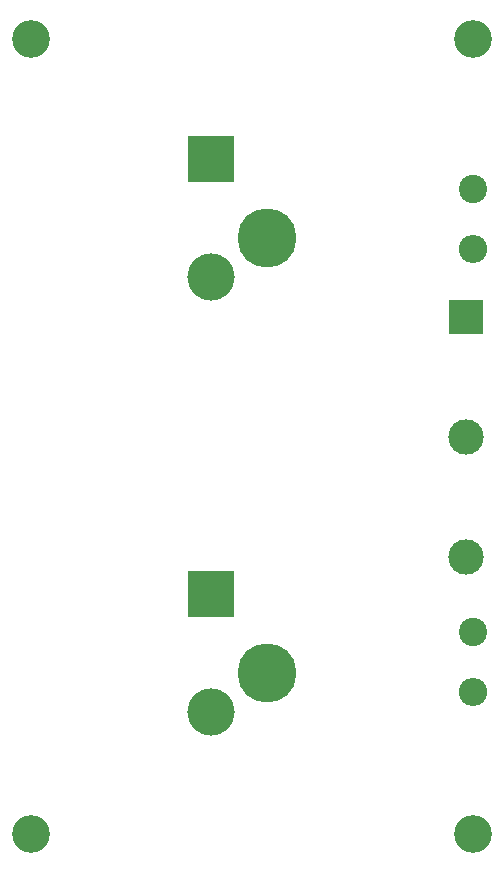
<source format=gbr>
%TF.GenerationSoftware,KiCad,Pcbnew,(5.1.12-1-10_14)*%
%TF.CreationDate,2022-01-06T07:48:41-08:00*%
%TF.ProjectId,SnapInCapStack,536e6170-496e-4436-9170-537461636b2e,3.0*%
%TF.SameCoordinates,Original*%
%TF.FileFunction,Soldermask,Bot*%
%TF.FilePolarity,Negative*%
%FSLAX46Y46*%
G04 Gerber Fmt 4.6, Leading zero omitted, Abs format (unit mm)*
G04 Created by KiCad (PCBNEW (5.1.12-1-10_14)) date 2022-01-06 07:48:41*
%MOMM*%
%LPD*%
G01*
G04 APERTURE LIST*
%ADD10C,3.200000*%
%ADD11R,4.000000X4.000000*%
%ADD12C,4.000000*%
%ADD13C,5.000000*%
%ADD14R,3.000000X3.000000*%
%ADD15C,3.000000*%
%ADD16C,2.400000*%
%ADD17O,2.400000X2.400000*%
G04 APERTURE END LIST*
D10*
%TO.C,REF\u002A\u002A*%
X111760000Y-52705000D03*
%TD*%
%TO.C,REF\u002A\u002A*%
X111760000Y-120015000D03*
%TD*%
%TO.C,REF\u002A\u002A*%
X149225000Y-120015000D03*
%TD*%
%TO.C,REF\u002A\u002A*%
X149225000Y-52705000D03*
%TD*%
D11*
%TO.C,C1*%
X127000000Y-62865000D03*
D12*
X127000000Y-72865000D03*
D13*
X131750000Y-69565000D03*
%TD*%
%TO.C,C2*%
X131750000Y-106395000D03*
D12*
X127000000Y-109695000D03*
D11*
X127000000Y-99695000D03*
%TD*%
D14*
%TO.C,J1*%
X148590000Y-76200000D03*
D15*
X148590000Y-86360000D03*
X148590000Y-96520000D03*
%TD*%
D16*
%TO.C,R1*%
X149225000Y-65405000D03*
D17*
X149225000Y-70485000D03*
%TD*%
%TO.C,R2*%
X149225000Y-107950000D03*
D16*
X149225000Y-102870000D03*
%TD*%
M02*

</source>
